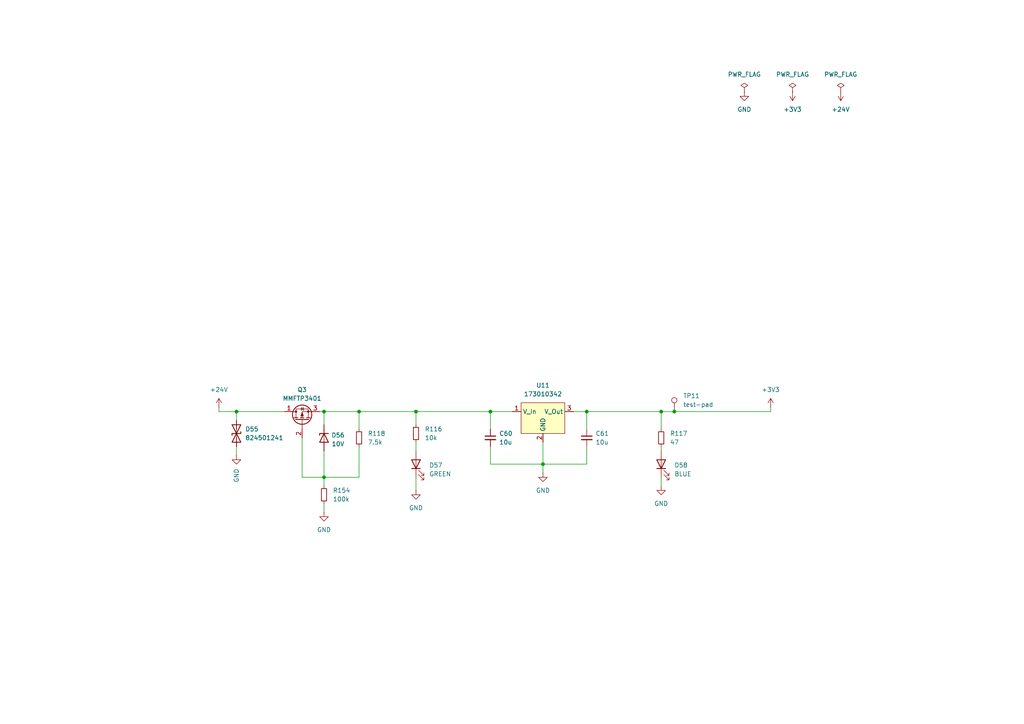
<source format=kicad_sch>
(kicad_sch (version 20250114) (generator "eeschema") (generator_version "9.0")
  (paper "A4")
  (title_block (title "PDU FT25") (date "2025-01-15") (rev "V1.2") (company "Janek Herm") (comment 1 "FaSTTUBe Electronics"))
  (lib_symbols
    (symbol "Connector:TestPoint" (pin_numbers (hide yes)) (pin_names (offset 0.762) (hide yes))
      (property "Reference" "TP" (at 0 6.858 0))
      (property "Value" "TestPoint" (at 0 5.08 0))
      (symbol "TestPoint_0_1"
        (circle (center 0 3.302) (radius 0.762))
      )
      (symbol "TestPoint_1_1"
        (pin passive line (at 0 0 90) (length 2.54) (name "1") (number "1"))
      )
    )
    (symbol "Device:C_Small" (pin_numbers (hide yes)) (pin_names (offset 0.254) (hide yes))
      (property "Reference" "C" (at 0.254 1.778 0))
      (property "Value" "C_Small" (at 0.254 -2.032 0))
      (symbol "C_Small_0_1"
        (polyline (pts (xy -1.524 0.508) (xy 1.524 0.508)) (stroke (width 0.3048)))
        (polyline (pts (xy -1.524 -0.508) (xy 1.524 -0.508)) (stroke (width 0.3302)))
      )
      (symbol "C_Small_1_1"
        (pin passive line (at 0 2.54 270) (length 2.032) (name "~") (number "1"))
        (pin passive line (at 0 -2.54 90) (length 2.032) (name "~") (number "2"))
      )
    )
    (symbol "Device:D_TVS" (pin_numbers (hide yes)) (pin_names (offset 1.016) (hide yes))
      (property "Reference" "D" (at 0 2.54 0))
      (property "Value" "D_TVS" (at 0 -2.54 0))
      (symbol "D_TVS_0_1"
        (polyline (pts (xy -2.54 1.27) (xy -2.54 -1.27) (xy 2.54 1.27) (xy 2.54 -1.27) (xy -2.54 1.27)) (stroke (width 0.254)))
        (polyline (pts (xy 0.508 1.27) (xy 0 1.27) (xy 0 -1.27) (xy -0.508 -1.27)) (stroke (width 0.254)))
        (polyline (pts (xy 1.27 0) (xy -1.27 0)))
      )
      (symbol "D_TVS_1_1"
        (pin passive line (at -3.81 0 0) (length 2.54) (name "A1") (number "1"))
        (pin passive line (at 3.81 0 180) (length 2.54) (name "A2") (number "2"))
      )
    )
    (symbol "Device:D_Zener" (pin_numbers (hide yes)) (pin_names (offset 1.016) (hide yes))
      (property "Reference" "D" (at 0 2.54 0))
      (property "Value" "D_Zener" (at 0 -2.54 0))
      (symbol "D_Zener_0_1"
        (polyline (pts (xy -1.27 -1.27) (xy -1.27 1.27) (xy -0.762 1.27)) (stroke (width 0.254)))
        (polyline (pts (xy 1.27 0) (xy -1.27 0)))
        (polyline (pts (xy 1.27 -1.27) (xy 1.27 1.27) (xy -1.27 0) (xy 1.27 -1.27)) (stroke (width 0.254)))
      )
      (symbol "D_Zener_1_1"
        (pin passive line (at -3.81 0 0) (length 2.54) (name "K") (number "1"))
        (pin passive line (at 3.81 0 180) (length 2.54) (name "A") (number "2"))
      )
    )
    (symbol "Device:LED" (pin_numbers (hide yes)) (pin_names (offset 1.016) (hide yes))
      (property "Reference" "D" (at 0 2.54 0))
      (property "Value" "LED" (at 0 -2.54 0))
      (symbol "LED_0_1"
        (polyline (pts (xy -3.048 -0.762) (xy -4.572 -2.286) (xy -3.81 -2.286) (xy -4.572 -2.286) (xy -4.572 -1.524)))
        (polyline (pts (xy -1.778 -0.762) (xy -3.302 -2.286) (xy -2.54 -2.286) (xy -3.302 -2.286) (xy -3.302 -1.524)))
        (polyline (pts (xy -1.27 0) (xy 1.27 0)))
        (polyline (pts (xy -1.27 -1.27) (xy -1.27 1.27)) (stroke (width 0.254)))
        (polyline (pts (xy 1.27 -1.27) (xy 1.27 1.27) (xy -1.27 0) (xy 1.27 -1.27)) (stroke (width 0.254)))
      )
      (symbol "LED_1_1"
        (pin passive line (at -3.81 0 0) (length 2.54) (name "K") (number "1"))
        (pin passive line (at 3.81 0 180) (length 2.54) (name "A") (number "2"))
      )
    )
    (symbol "Device:Q_PMOS_DGS" (pin_names (offset 0) (hide yes))
      (property "Reference" "Q" (at 5.08 1.27 0))
      (property "Value" "Q_PMOS_DGS" (at 5.08 -1.27 0))
      (symbol "Q_PMOS_DGS_0_1"
        (polyline (pts (xy 0.254 1.905) (xy 0.254 -1.905)) (stroke (width 0.254)))
        (polyline (pts (xy 0.254 0) (xy -2.54 0)))
        (polyline (pts (xy 0.762 2.286) (xy 0.762 1.27)) (stroke (width 0.254)))
        (polyline (pts (xy 0.762 1.778) (xy 3.302 1.778) (xy 3.302 -1.778) (xy 0.762 -1.778)))
        (polyline (pts (xy 0.762 0.508) (xy 0.762 -0.508)) (stroke (width 0.254)))
        (polyline (pts (xy 0.762 -1.27) (xy 0.762 -2.286)) (stroke (width 0.254)))
        (circle (center 1.651 0) (radius 2.794) (stroke (width 0.254)))
        (polyline (pts (xy 2.286 0) (xy 1.27 0.381) (xy 1.27 -0.381) (xy 2.286 0)) (fill (type outline)))
        (polyline (pts (xy 2.54 2.54) (xy 2.54 1.778)))
        (circle (center 2.54 1.778) (radius 0.254) (fill (type outline)))
        (circle (center 2.54 -1.778) (radius 0.254) (fill (type outline)))
        (polyline (pts (xy 2.54 -2.54) (xy 2.54 0) (xy 0.762 0)))
        (polyline (pts (xy 2.794 -0.508) (xy 2.921 -0.381) (xy 3.683 -0.381) (xy 3.81 -0.254)))
        (polyline (pts (xy 3.302 -0.381) (xy 2.921 0.254) (xy 3.683 0.254) (xy 3.302 -0.381)))
      )
      (symbol "Q_PMOS_DGS_1_1"
        (pin input line (at -5.08 0 0) (length 2.54) (name "G") (number "2"))
        (pin passive line (at 2.54 5.08 270) (length 2.54) (name "D") (number "1"))
        (pin passive line (at 2.54 -5.08 90) (length 2.54) (name "S") (number "3"))
      )
    )
    (symbol "Device:R_Small" (pin_numbers (hide yes)) (pin_names (offset 0.254) (hide yes))
      (property "Reference" "R" (at 0.762 0.508 0))
      (property "Value" "R_Small" (at 0.762 -1.016 0))
      (symbol "R_Small_0_1"
        (rectangle (start -0.762 1.778) (end 0.762 -1.778) (stroke (width 0.2032)))
      )
      (symbol "R_Small_1_1"
        (pin passive line (at 0 2.54 270) (length 0.762) (name "~") (number "1"))
        (pin passive line (at 0 -2.54 90) (length 0.762) (name "~") (number "2"))
      )
    )
    (symbol "FaSTTUBe_Voltage_Regulators:MagI3C-WPME-FDSM"
      (property "Reference" "U" (at 0 6.858 0))
      (property "Value" "WPME-FDSM" (at -0.254 4.826 0))
      (symbol "MagI3C-WPME-FDSM_1_1"
        (rectangle (start -6.35 3.81) (end 6.35 -5.08) (fill (type background)))
        (pin input line (at -8.89 1.27 0) (length 2.54) (name "V_In") (number "1"))
        (pin power_in line (at 0 -7.62 90) (length 2.54) (name "GND") (number "2"))
        (pin passive line (at 8.89 1.27 180) (length 2.54) (name "V_Out") (number "3"))
      )
    )
    (symbol "power:+24V" (power) (pin_numbers (hide yes)) (pin_names (offset 0) (hide yes))
      (property "Value" "+24V" (at 0 3.556 0))
      (symbol "+24V_0_1"
        (polyline (pts (xy -0.762 1.27) (xy 0 2.54)))
        (polyline (pts (xy 0 2.54) (xy 0.762 1.27)))
        (polyline (pts (xy 0 0) (xy 0 2.54)))
      )
      (symbol "+24V_1_1"
        (pin power_in line (at 0 0 90) (length 0) (name "~") (number "1"))
      )
    )
    (symbol "power:+3.3V" (power) (pin_numbers (hide yes)) (pin_names (offset 0) (hide yes))
      (property "Value" "+3.3V" (at 0 3.556 0))
      (symbol "+3.3V_0_1"
        (polyline (pts (xy -0.762 1.27) (xy 0 2.54)))
        (polyline (pts (xy 0 2.54) (xy 0.762 1.27)))
        (polyline (pts (xy 0 0) (xy 0 2.54)))
      )
      (symbol "+3.3V_1_1"
        (pin power_in line (at 0 0 90) (length 0) (name "~") (number "1"))
      )
    )
    (symbol "power:GND" (power) (pin_numbers (hide yes)) (pin_names (offset 0) (hide yes))
      (property "Value" "GND" (at 0 -3.81 0))
      (symbol "GND_0_1"
        (polyline (pts (xy 0 0) (xy 0 -1.27) (xy 1.27 -1.27) (xy 0 -2.54) (xy -1.27 -1.27) (xy 0 -1.27)))
      )
      (symbol "GND_1_1"
        (pin power_in line (at 0 0 270) (length 0) (name "~") (number "1"))
      )
    )
    (symbol "power:PWR_FLAG" (power) (pin_numbers (hide yes)) (pin_names (offset 0) (hide yes))
      (property "Value" "PWR_FLAG" (at 0 3.81 0))
      (symbol "PWR_FLAG_0_0"
        (pin power_out line (at 0 0 90) (length 0) (name "~") (number "1"))
      )
      (symbol "PWR_FLAG_0_1"
        (polyline (pts (xy 0 0) (xy 0 1.27) (xy -1.016 1.905) (xy 0 2.54) (xy 1.016 1.905) (xy 0 1.27)))
      )
    )
  )
  (junction (at 93.98 138.43))
  (junction (at 157.48 134.62))
  (junction (at 142.24 119.38))
  (junction (at 68.58 119.38))
  (junction (at 195.58 119.38))
  (junction (at 120.65 119.38))
  (junction (at 191.77 119.38))
  (junction (at 104.14 119.38))
  (junction (at 93.98 119.38))
  (junction (at 170.18 119.38))
  (wire (pts (xy 93.98 130.81) (xy 93.98 138.43)))
  (wire (pts (xy 142.24 134.62) (xy 157.48 134.62)))
  (wire (pts (xy 120.65 119.38) (xy 142.24 119.38)))
  (wire (pts (xy 157.48 134.62) (xy 157.48 137.16)))
  (wire (pts (xy 142.24 119.38) (xy 148.59 119.38)))
  (wire (pts (xy 142.24 119.38) (xy 142.24 124.46)))
  (wire (pts (xy 170.18 119.38) (xy 191.77 119.38)))
  (wire (pts (xy 157.48 128.27) (xy 157.48 134.62)))
  (wire (pts (xy 93.98 146.05) (xy 93.98 148.59)))
  (wire (pts (xy 68.58 119.38) (xy 68.58 121.92)))
  (wire (pts (xy 166.37 119.38) (xy 170.18 119.38)))
  (wire (pts (xy 63.5 119.38) (xy 68.58 119.38)))
  (wire (pts (xy 191.77 129.54) (xy 191.77 130.81)))
  (wire (pts (xy 170.18 119.38) (xy 170.18 124.46)))
  (wire (pts (xy 93.98 138.43) (xy 93.98 140.97)))
  (wire (pts (xy 120.65 138.43) (xy 120.65 142.24)))
  (wire (pts (xy 191.77 138.43) (xy 191.77 140.97)))
  (wire (pts (xy 87.63 127) (xy 87.63 138.43)))
  (wire (pts (xy 170.18 129.54) (xy 170.18 134.62)))
  (wire (pts (xy 104.14 138.43) (xy 93.98 138.43)))
  (wire (pts (xy 104.14 119.38) (xy 120.65 119.38)))
  (wire (pts (xy 223.52 119.38) (xy 223.52 118.11)))
  (wire (pts (xy 120.65 128.27) (xy 120.65 130.81)))
  (wire (pts (xy 195.58 119.38) (xy 223.52 119.38)))
  (wire (pts (xy 63.5 119.38) (xy 63.5 118.11)))
  (wire (pts (xy 157.48 134.62) (xy 170.18 134.62)))
  (wire (pts (xy 68.58 132.08) (xy 68.58 129.54)))
  (wire (pts (xy 191.77 119.38) (xy 195.58 119.38)))
  (wire (pts (xy 68.58 119.38) (xy 82.55 119.38)))
  (wire (pts (xy 93.98 119.38) (xy 93.98 123.19)))
  (wire (pts (xy 120.65 119.38) (xy 120.65 123.19)))
  (wire (pts (xy 191.77 119.38) (xy 191.77 124.46)))
  (wire (pts (xy 92.71 119.38) (xy 93.98 119.38)))
  (wire (pts (xy 104.14 119.38) (xy 104.14 124.46)))
  (wire (pts (xy 93.98 119.38) (xy 104.14 119.38)))
  (wire (pts (xy 104.14 129.54) (xy 104.14 138.43)))
  (wire (pts (xy 142.24 129.54) (xy 142.24 134.62)))
  (wire (pts (xy 87.63 138.43) (xy 93.98 138.43)))
  (symbol (lib_id "power:PWR_FLAG") (at 243.84 26.67 0) (unit 1)
    (property "Reference" "#FLG03" (effects (hide yes)))
    (property "Value" "PWR_FLAG" (at 243.84 21.59 0))
    (property "Description" "Special symbol for telling ERC where power comes from" (effects (hide yes)))
  )
  (symbol (lib_id "power:+3.3V") (at 223.52 118.11 0) (unit 1)
    (property "Reference" "#PWR0172" (effects (hide yes)))
    (property "Value" "+3V3" (at 223.52 113.03 0))
    (property "Description" "Power symbol creates a global label with name \"+3.3V\"" (effects (hide yes)))
  )
  (symbol (lib_id "Device:LED") (at 120.65 134.62 90) (unit 1)
    (property "Reference" "D57" (at 124.46 134.9374 90) (effects (justify right)))
    (property "Value" "GREEN" (at 124.46 137.4774 90) (effects (justify right)))
    (property "Footprint" "LED_SMD:LED_0603_1608Metric" (effects (hide yes)))
    (property "Datasheet" "https://www.we-online.com/components/products/datasheet/150060VS75000.pdf" (effects (hide yes)))
    (property "Description" "Light emitting diode" (effects (hide yes)))
    (property "MPR" "150060VS75000" (effects (hide yes)))
  )
  (symbol (lib_id "power:PWR_FLAG") (at 215.9 26.67 0) (unit 1)
    (property "Reference" "#FLG01" (effects (hide yes)))
    (property "Value" "PWR_FLAG" (at 215.9 21.59 0))
    (property "Description" "Special symbol for telling ERC where power comes from" (effects (hide yes)))
  )
  (symbol (lib_id "power:GND") (at 93.98 148.59 0) (unit 1)
    (property "Reference" "#PWR0177" (effects (hide yes)))
    (property "Value" "GND" (at 93.98 153.67 0))
    (property "Description" "Power symbol creates a global label with name \"GND\" , ground" (effects (hide yes)))
  )
  (symbol (lib_id "Device:R_Small") (at 104.14 127 0) (unit 1)
    (property "Reference" "R118" (at 106.68 125.7299 0) (effects (justify left)))
    (property "Value" "7.5k" (at 106.68 128.2699 0) (effects (justify left)))
    (property "Footprint" "Resistor_SMD:R_0603_1608Metric" (effects (hide yes)))
    (property "Description" "Resistor, small symbol" (effects (hide yes)))
  )
  (symbol (lib_id "Device:C_Small") (at 142.24 127 0) (unit 1)
    (property "Reference" "C60" (at 144.78 125.7362 0) (effects (justify left)))
    (property "Value" "10u" (at 144.78 128.2762 0) (effects (justify left)))
    (property "Footprint" "Capacitor_SMD:C_1206_3216Metric" (effects (hide yes)))
    (property "Description" "50V, X5R" (effects (hide yes)))
  )
  (symbol (lib_id "power:+3.3V") (at 229.87 26.67 180) (unit 1)
    (property "Reference" "#PWR0169" (effects (hide yes)))
    (property "Value" "+3V3" (at 229.87 31.75 0))
    (property "Description" "Power symbol creates a global label with name \"+3.3V\"" (effects (hide yes)))
  )
  (symbol (lib_id "power:GND") (at 215.9 26.67 0) (unit 1)
    (property "Reference" "#PWR0168" (effects (hide yes)))
    (property "Value" "GND" (at 215.9 31.75 0))
    (property "Description" "Power symbol creates a global label with name \"GND\" , ground" (effects (hide yes)))
  )
  (symbol (lib_id "power:PWR_FLAG") (at 229.87 26.67 0) (unit 1)
    (property "Reference" "#FLG02" (effects (hide yes)))
    (property "Value" "PWR_FLAG" (at 229.87 21.59 0))
    (property "Description" "Special symbol for telling ERC where power comes from" (effects (hide yes)))
  )
  (symbol (lib_id "power:GND") (at 120.65 142.24 0) (unit 1)
    (property "Reference" "#PWR0176" (effects (hide yes)))
    (property "Value" "GND" (at 120.65 147.32 0))
    (property "Description" "Power symbol creates a global label with name \"GND\" , ground" (effects (hide yes)))
  )
  (symbol (lib_id "Device:Q_PMOS_DGS") (at 87.63 121.92 90) (unit 1)
    (property "Reference" "Q3" (at 87.63 113.03 90))
    (property "Value" "MMFTP3401" (at 87.63 115.57 90))
    (property "Footprint" "FaSTTUBe_Switches:SOT-23_GSD" (effects (hide yes)))
    (property "Datasheet" "https://diotec.com/request/datasheet/mmftp3401.pdf" (effects (hide yes)))
    (property "Description" "P-MOSFET transistor, drain/gate/source" (effects (hide yes)))
    (property "Sim.Device" "PMOS" (effects (hide yes)))
    (property "Sim.Type" "VDMOS" (effects (hide yes)))
    (property "Sim.Pins" "1=D 2=G 3=S" (effects (hide yes)))
  )
  (symbol (lib_id "Device:D_TVS") (at 68.58 125.73 90) (mirror x) (unit 1)
    (property "Reference" "D55" (at 71.12 124.4599 90) (effects (justify right)))
    (property "Value" "824501241" (at 71.12 126.9999 90) (effects (justify right)))
    (property "Footprint" "824501241:DIOM5127X250N" (effects (hide yes)))
    (property "Datasheet" "https://www.we-online.com/components/products/datasheet/824501241.pdf" (effects (hide yes)))
    (property "Description" "Bidirectional transient-voltage-suppression diode" (effects (hide yes)))
  )
  (symbol (lib_id "Device:LED") (at 191.77 134.62 90) (unit 1)
    (property "Reference" "D58" (at 195.58 134.9374 90) (effects (justify right)))
    (property "Value" "BLUE" (at 195.58 137.4774 90) (effects (justify right)))
    (property "Footprint" "LED_SMD:LED_0603_1608Metric" (effects (hide yes)))
    (property "Datasheet" "https://www.we-online.com/components/products/datasheet/150060BS75000.pdf" (effects (hide yes)))
    (property "Description" "Light emitting diode" (effects (hide yes)))
    (property "MPR" "150060BS75000" (effects (hide yes)))
  )
  (symbol (lib_id "Connector:TestPoint") (at 195.58 119.38 0) (unit 1)
    (property "Reference" "TP11" (at 198.12 114.8079 0) (effects (justify left)))
    (property "Value" "test-pad" (at 198.12 117.3479 0) (effects (justify left)))
    (property "Footprint" "5025:5025" (effects (hide yes)))
    (property "Description" "test point" (effects (hide yes)))
  )
  (symbol (lib_id "power:+24V") (at 243.84 26.67 180) (unit 1)
    (property "Reference" "#PWR0170" (effects (hide yes)))
    (property "Value" "+24V" (at 243.84 31.75 0))
    (property "Description" "Power symbol creates a global label with name \"+24V\"" (effects (hide yes)))
  )
  (symbol (lib_id "power:+24V") (at 63.5 118.11 0) (unit 1)
    (property "Reference" "#PWR0171" (effects (hide yes)))
    (property "Value" "+24V" (at 63.5 113.03 0))
    (property "Description" "Power symbol creates a global label with name \"+24V\"" (effects (hide yes)))
  )
  (symbol (lib_id "Device:R_Small") (at 93.98 143.51 0) (unit 1)
    (property "Reference" "R154" (at 96.52 142.2399 0) (effects (justify left)))
    (property "Value" "100k" (at 96.52 144.7799 0) (effects (justify left)))
    (property "Footprint" "Resistor_SMD:R_0603_1608Metric" (effects (hide yes)))
    (property "Description" "Resistor, small symbol" (effects (hide yes)))
  )
  (symbol (lib_id "FaSTTUBe_Voltage_Regulators:MagI3C-WPME-FDSM") (at 157.48 120.65 0) (unit 1)
    (property "Reference" "U11" (at 157.48 111.76 0))
    (property "Value" "173010342" (at 157.48 114.3 0))
    (property "Footprint" "173010342:173010342" (effects (hide yes)))
    (property "Datasheet" "https://www.we-online.com/components/products/datasheet/173010342.pdf" (effects (hide yes)))
  )
  (symbol (lib_id "Device:R_Small") (at 120.65 125.73 0) (unit 1)
    (property "Reference" "R116" (at 123.19 124.4599 0) (effects (justify left)))
    (property "Value" "10k" (at 123.19 126.9999 0) (effects (justify left)))
    (property "Footprint" "Resistor_SMD:R_0603_1608Metric" (effects (hide yes)))
    (property "Description" "Resistor, small symbol" (effects (hide yes)))
  )
  (symbol (lib_id "power:GND") (at 68.58 132.08 0) (mirror y) (unit 1)
    (property "Reference" "#PWR0173" (effects (hide yes)))
    (property "Value" "GND" (at 68.5801 135.89 90) (effects (justify right)))
    (property "Description" "Power symbol creates a global label with name \"GND\" , ground" (effects (hide yes)))
  )
  (symbol (lib_id "Device:C_Small") (at 170.18 127 0) (unit 1)
    (property "Reference" "C61" (at 172.72 125.7362 0) (effects (justify left)))
    (property "Value" "10u" (at 172.72 128.2762 0) (effects (justify left)))
    (property "Footprint" "Capacitor_SMD:C_1206_3216Metric" (effects (hide yes)))
    (property "Description" "50V, X5R" (effects (hide yes)))
  )
  (symbol (lib_id "Device:R_Small") (at 191.77 127 0) (unit 1)
    (property "Reference" "R117" (at 194.31 125.7299 0) (effects (justify left)))
    (property "Value" "47" (at 194.31 128.2699 0) (effects (justify left)))
    (property "Footprint" "Resistor_SMD:R_0603_1608Metric" (effects (hide yes)))
    (property "Description" "Resistor, small symbol" (effects (hide yes)))
  )
  (symbol (lib_id "Device:D_Zener") (at 93.98 127 90) (mirror x) (unit 1)
    (property "Reference" "D56" (at 98.044 126.238 90))
    (property "Value" "10V" (at 98.044 128.778 90))
    (property "Footprint" "3SMAJ5934B-TP:DIOM5226X244N" (effects (hide yes)))
    (property "Datasheet" "https://www.mouser.de/datasheet/2/258/3SMAJ5918B_3SMAJ5956B_SMA_-3423242.pdf" (effects (hide yes)))
    (property "Description" "Zener diode" (effects (hide yes)))
    (property "MPR" "3SMAJ5925B" (effects (hide yes)))
  )
  (symbol (lib_id "power:GND") (at 191.77 140.97 0) (unit 1)
    (property "Reference" "#PWR0175" (effects (hide yes)))
    (property "Value" "GND" (at 191.77 146.05 0))
    (property "Description" "Power symbol creates a global label with name \"GND\" , ground" (effects (hide yes)))
  )
  (symbol (lib_id "power:GND") (at 157.48 137.16 0) (unit 1)
    (property "Reference" "#PWR0174" (effects (hide yes)))
    (property "Value" "GND" (at 157.48 142.24 0))
    (property "Description" "Power symbol creates a global label with name \"GND\" , ground" (effects (hide yes)))
  )
)
</source>
